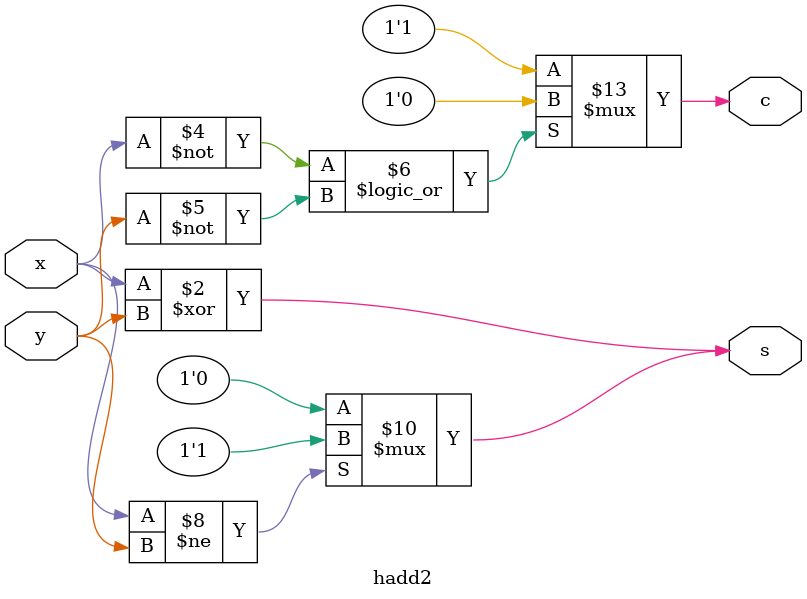
<source format=v>
module hadd1(s, c, x, y);

output s, c;
input x, y;

// RTL M
assign s=x^y;
assign c=x&y;

endmodule


module hadd2(s, c, x, y);

output s, c;
input x, y;

reg s, c;

// Behavioral M
always @(x, y)
begin
s=x^y;
end

always @(x, y)
begin
if(x==0||y==0) c=0;
else           c=1;
end

always @(x, y)
begin
if(x!=y) s=1;
else     s=0;
end

endmodule

</source>
